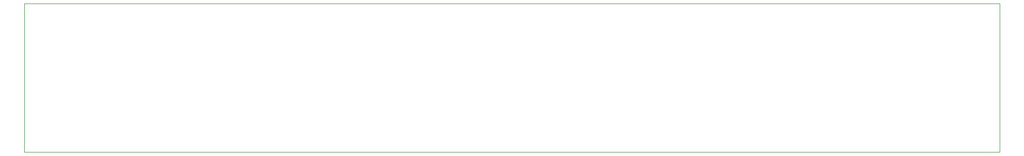
<source format=gbr>
G04 #@! TF.GenerationSoftware,KiCad,Pcbnew,(5.1.2)-2*
G04 #@! TF.CreationDate,2020-02-17T19:57:39-06:00*
G04 #@! TF.ProjectId,Switches4,53776974-6368-4657-9334-2e6b69636164,rev?*
G04 #@! TF.SameCoordinates,Original*
G04 #@! TF.FileFunction,Profile,NP*
%FSLAX46Y46*%
G04 Gerber Fmt 4.6, Leading zero omitted, Abs format (unit mm)*
G04 Created by KiCad (PCBNEW (5.1.2)-2) date 2020-02-17 19:57:39*
%MOMM*%
%LPD*%
G04 APERTURE LIST*
%ADD10C,0.050000*%
G04 APERTURE END LIST*
D10*
X53000000Y-75000000D02*
X216000000Y-75000000D01*
X53000000Y-50000000D02*
X53000000Y-75000000D01*
X53000000Y-50000000D02*
X216000000Y-50000000D01*
X216000000Y-50000000D02*
X216000000Y-75000000D01*
M02*

</source>
